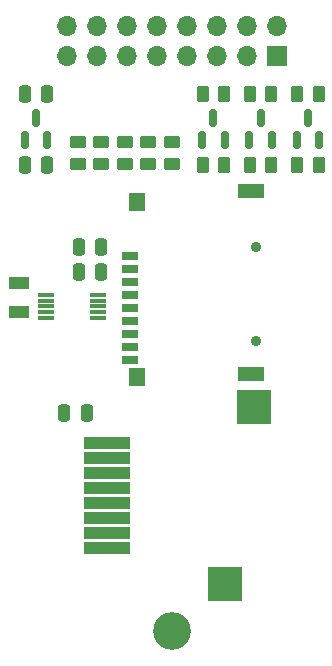
<source format=gts>
%TF.GenerationSoftware,KiCad,Pcbnew,(6.0.9)*%
%TF.CreationDate,2022-12-02T21:30:47+00:00*%
%TF.ProjectId,SPIRadioCFRTC,53504952-6164-4696-9f43-465254432e6b,rev?*%
%TF.SameCoordinates,Original*%
%TF.FileFunction,Soldermask,Top*%
%TF.FilePolarity,Negative*%
%FSLAX46Y46*%
G04 Gerber Fmt 4.6, Leading zero omitted, Abs format (unit mm)*
G04 Created by KiCad (PCBNEW (6.0.9)) date 2022-12-02 21:30:47*
%MOMM*%
%LPD*%
G01*
G04 APERTURE LIST*
G04 Aperture macros list*
%AMRoundRect*
0 Rectangle with rounded corners*
0 $1 Rounding radius*
0 $2 $3 $4 $5 $6 $7 $8 $9 X,Y pos of 4 corners*
0 Add a 4 corners polygon primitive as box body*
4,1,4,$2,$3,$4,$5,$6,$7,$8,$9,$2,$3,0*
0 Add four circle primitives for the rounded corners*
1,1,$1+$1,$2,$3*
1,1,$1+$1,$4,$5*
1,1,$1+$1,$6,$7*
1,1,$1+$1,$8,$9*
0 Add four rect primitives between the rounded corners*
20,1,$1+$1,$2,$3,$4,$5,0*
20,1,$1+$1,$4,$5,$6,$7,0*
20,1,$1+$1,$6,$7,$8,$9,0*
20,1,$1+$1,$8,$9,$2,$3,0*%
G04 Aperture macros list end*
%ADD10C,3.200000*%
%ADD11RoundRect,0.250000X0.250000X0.475000X-0.250000X0.475000X-0.250000X-0.475000X0.250000X-0.475000X0*%
%ADD12RoundRect,0.150000X0.150000X-0.587500X0.150000X0.587500X-0.150000X0.587500X-0.150000X-0.587500X0*%
%ADD13R,1.400000X0.300000*%
%ADD14R,4.000000X1.000000*%
%ADD15R,3.000000X3.000000*%
%ADD16RoundRect,0.250000X0.450000X-0.262500X0.450000X0.262500X-0.450000X0.262500X-0.450000X-0.262500X0*%
%ADD17RoundRect,0.250000X0.262500X0.450000X-0.262500X0.450000X-0.262500X-0.450000X0.262500X-0.450000X0*%
%ADD18C,0.900000*%
%ADD19R,1.400000X0.700000*%
%ADD20R,1.400000X1.600000*%
%ADD21R,2.200000X1.200000*%
%ADD22R,1.800000X1.000000*%
%ADD23R,1.700000X1.700000*%
%ADD24O,1.700000X1.700000*%
G04 APERTURE END LIST*
D10*
%TO.C,REF\u002A\u002A*%
X35000000Y-75500000D03*
%TD*%
D11*
%TO.C,C2*%
X27783000Y-57000000D03*
X25883000Y-57000000D03*
%TD*%
D12*
%TO.C,Q2*%
X41550000Y-33937500D03*
X43450000Y-33937500D03*
X42500000Y-32062500D03*
%TD*%
%TO.C,U3*%
X22550000Y-33937500D03*
X24450000Y-33937500D03*
X23500000Y-32062500D03*
%TD*%
D13*
%TO.C,U1*%
X24300000Y-47000000D03*
X24300000Y-47500000D03*
X24300000Y-48000000D03*
X24300000Y-48500000D03*
X24300000Y-49000000D03*
X28700000Y-49000000D03*
X28700000Y-48500000D03*
X28700000Y-48000000D03*
X28700000Y-47500000D03*
X28700000Y-47000000D03*
%TD*%
D14*
%TO.C,U2*%
X29470000Y-59555000D03*
X29470000Y-60825000D03*
X29470000Y-62095000D03*
X29470000Y-63365000D03*
X29470000Y-64635000D03*
X29470000Y-65905000D03*
X29470000Y-67175000D03*
X29470000Y-68445000D03*
D15*
X41970000Y-56500000D03*
X39470000Y-71500000D03*
%TD*%
D16*
%TO.C,R6*%
X27000000Y-35912500D03*
X27000000Y-34087500D03*
%TD*%
D12*
%TO.C,Q3*%
X45550000Y-33937500D03*
X47450000Y-33937500D03*
X46500000Y-32062500D03*
%TD*%
D11*
%TO.C,C3*%
X29000000Y-42950000D03*
X27100000Y-42950000D03*
%TD*%
D16*
%TO.C,R8*%
X33000000Y-35912500D03*
X33000000Y-34087500D03*
%TD*%
D17*
%TO.C,R1*%
X39412500Y-30000000D03*
X37587500Y-30000000D03*
%TD*%
%TO.C,R4*%
X43412500Y-36000000D03*
X41587500Y-36000000D03*
%TD*%
D12*
%TO.C,Q1*%
X37550000Y-33937500D03*
X39450000Y-33937500D03*
X38500000Y-32062500D03*
%TD*%
D18*
%TO.C,J2*%
X42070000Y-50950000D03*
X42070000Y-42950000D03*
D19*
X31470000Y-43750000D03*
X31470000Y-44850000D03*
X31470000Y-45950000D03*
X31470000Y-47050000D03*
X31470000Y-48150000D03*
X31470000Y-49250000D03*
X31470000Y-50350000D03*
X31470000Y-51450000D03*
X31470000Y-52550000D03*
D20*
X32070000Y-39150000D03*
D21*
X41670000Y-53750000D03*
X41670000Y-38250000D03*
D20*
X32070000Y-54000000D03*
%TD*%
D16*
%TO.C,R5*%
X29000000Y-35912500D03*
X29000000Y-34087500D03*
%TD*%
D17*
%TO.C,R10*%
X47412500Y-30000000D03*
X45587500Y-30000000D03*
%TD*%
D11*
%TO.C,C1*%
X29000000Y-45050000D03*
X27100000Y-45050000D03*
%TD*%
D22*
%TO.C,Y1*%
X22000000Y-48500000D03*
X22000000Y-46000000D03*
%TD*%
D17*
%TO.C,R3*%
X43412500Y-30000000D03*
X41587500Y-30000000D03*
%TD*%
D11*
%TO.C,C5*%
X24450000Y-36000000D03*
X22550000Y-36000000D03*
%TD*%
D17*
%TO.C,R2*%
X39412500Y-36000000D03*
X37587500Y-36000000D03*
%TD*%
D11*
%TO.C,C4*%
X24450000Y-30000000D03*
X22550000Y-30000000D03*
%TD*%
D16*
%TO.C,R7*%
X31000000Y-35912500D03*
X31000000Y-34087500D03*
%TD*%
%TO.C,R9*%
X35000000Y-35912500D03*
X35000000Y-34087500D03*
%TD*%
D17*
%TO.C,R11*%
X47412500Y-36000000D03*
X45587500Y-36000000D03*
%TD*%
D23*
%TO.C,J1*%
X43890000Y-26770000D03*
D24*
X43890000Y-24230000D03*
X41350000Y-26770000D03*
X41350000Y-24230000D03*
X38810000Y-26770000D03*
X38810000Y-24230000D03*
X36270000Y-26770000D03*
X36270000Y-24230000D03*
X33730000Y-26770000D03*
X33730000Y-24230000D03*
X31190000Y-26770000D03*
X31190000Y-24230000D03*
X28650000Y-26770000D03*
X28650000Y-24230000D03*
X26110000Y-26770000D03*
X26110000Y-24230000D03*
%TD*%
M02*

</source>
